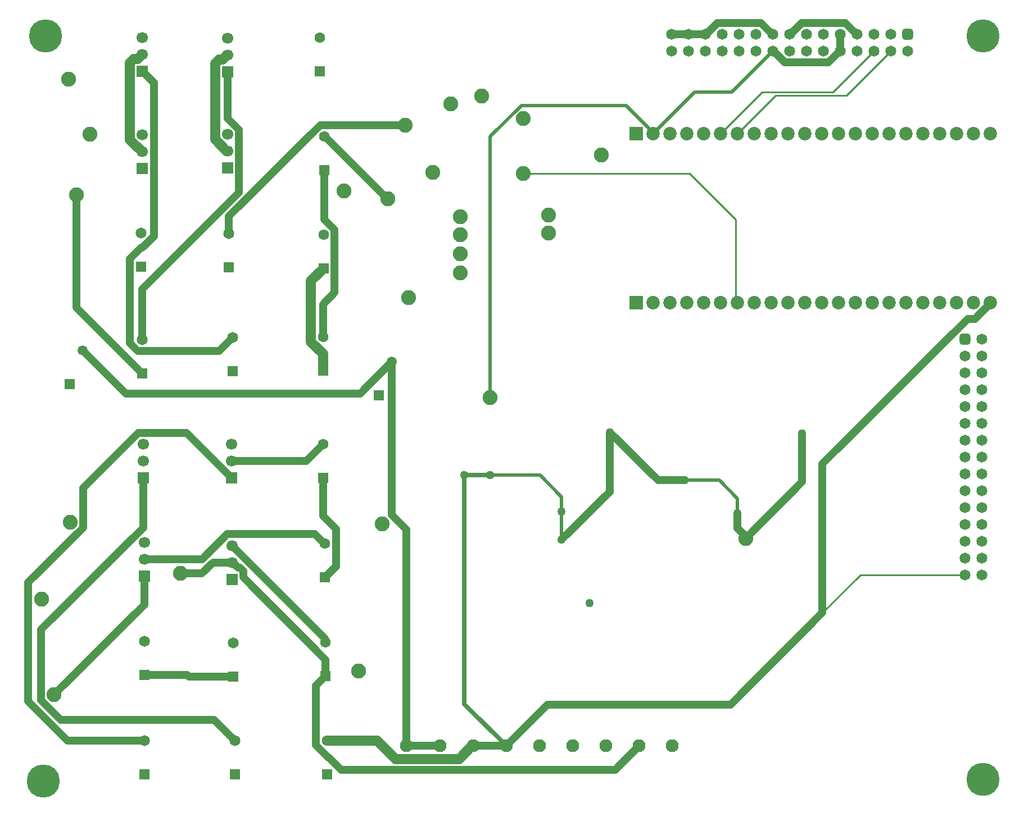
<source format=gbl>
G04*
G04 #@! TF.GenerationSoftware,Altium Limited,Altium Designer,25.2.1 (25)*
G04*
G04 Layer_Physical_Order=4*
G04 Layer_Color=16711680*
%FSLAX44Y44*%
%MOMM*%
G71*
G04*
G04 #@! TF.SameCoordinates,E4EDD719-2FE0-4279-8059-04D131320F8D*
G04*
G04*
G04 #@! TF.FilePolarity,Positive*
G04*
G01*
G75*
%ADD15C,0.2540*%
%ADD53C,1.5000*%
%ADD54C,1.2000*%
%ADD55C,0.5000*%
%ADD57C,0.6500*%
%ADD58R,1.5180X1.5180*%
%ADD59C,1.5180*%
%ADD60C,2.0250*%
%ADD61R,2.0250X2.0250*%
%ADD62C,1.6500*%
%ADD63R,1.6500X1.6500*%
%ADD64R,1.7000X1.7000*%
%ADD65C,1.7000*%
%ADD66C,1.6000*%
%ADD67R,1.6000X1.6000*%
G04:AMPARAMS|DCode=68|XSize=1.65mm|YSize=1.65mm|CornerRadius=0.4125mm|HoleSize=0mm|Usage=FLASHONLY|Rotation=270.000|XOffset=0mm|YOffset=0mm|HoleType=Round|Shape=RoundedRectangle|*
%AMROUNDEDRECTD68*
21,1,1.6500,0.8250,0,0,270.0*
21,1,0.8250,1.6500,0,0,270.0*
1,1,0.8250,-0.4125,-0.4125*
1,1,0.8250,-0.4125,0.4125*
1,1,0.8250,0.4125,0.4125*
1,1,0.8250,0.4125,-0.4125*
%
%ADD68ROUNDEDRECTD68*%
%ADD69C,1.9500*%
G04:AMPARAMS|DCode=70|XSize=1.65mm|YSize=1.65mm|CornerRadius=0.4125mm|HoleSize=0mm|Usage=FLASHONLY|Rotation=180.000|XOffset=0mm|YOffset=0mm|HoleType=Round|Shape=RoundedRectangle|*
%AMROUNDEDRECTD70*
21,1,1.6500,0.8250,0,0,180.0*
21,1,0.8250,1.6500,0,0,180.0*
1,1,0.8250,-0.4125,0.4125*
1,1,0.8250,0.4125,0.4125*
1,1,0.8250,0.4125,-0.4125*
1,1,0.8250,-0.4125,-0.4125*
%
%ADD70ROUNDEDRECTD70*%
%ADD71C,2.2500*%
%ADD72C,1.2700*%
%ADD73C,5.0000*%
D15*
X1220427Y592561D02*
X1277566Y649700D01*
X1435000D01*
X1092400Y1315000D02*
X1149979Y1372579D01*
X1256579D01*
X1323600Y1439600D01*
X1067000Y1315000D02*
X1129659Y1377659D01*
X1236259D01*
X1298200Y1439600D01*
X1089400Y1067500D02*
Y1185600D01*
X1020000Y1255000D02*
X1089400Y1185600D01*
X770000Y1255000D02*
X1020000D01*
D53*
X449960Y1093160D02*
X469000Y1112200D01*
X449960Y1000928D02*
Y1093160D01*
Y1000928D02*
X468000Y982888D01*
Y957600D02*
Y982888D01*
X311341Y1426740D02*
X316599D01*
X323459Y1433600D02*
X324000D01*
X305460Y1420859D02*
X311341Y1426740D01*
X305460Y1306320D02*
Y1420859D01*
X316599Y1426740D02*
X323459Y1433600D01*
X672992Y372210D02*
X692782Y392000D01*
X549339Y400000D02*
X577129Y372210D01*
X672992D01*
X692782Y392000D02*
X694000D01*
X474000Y400000D02*
X549339D01*
X195459Y1434400D02*
X196000D01*
X188599Y1427540D02*
X195459Y1434400D01*
X183341Y1427540D02*
X188599D01*
X177460Y1421659D02*
X183341Y1427540D01*
X177460Y1305320D02*
Y1421659D01*
Y1305320D02*
X188321Y1294460D01*
X188599D01*
X195459Y1287600D01*
X196000D01*
X305460Y1306320D02*
X322798Y1288983D01*
X323617D02*
X324000Y1288600D01*
X322798Y1288983D02*
X323617D01*
D54*
X196000Y1080754D02*
X341040Y1225794D01*
Y1321058D01*
X196000Y1004000D02*
Y1080754D01*
X326059Y1190250D02*
X463809Y1328000D01*
X326000Y1164000D02*
X326059Y1164059D01*
Y1190250D01*
X463809Y1328000D02*
X592000D01*
X311410Y987210D02*
X332000Y1007800D01*
X189045Y987210D02*
X311410D01*
X177210Y999045D02*
X189045Y987210D01*
X177210Y999045D02*
Y1125987D01*
X194364Y1143141D01*
X195886D01*
X213040Y1160295D01*
Y1391960D01*
X196000Y1409000D02*
X213040Y1391960D01*
X324000Y1338098D02*
Y1408200D01*
Y1338098D02*
X341040Y1321058D01*
X97000Y1052200D02*
X196000Y953200D01*
X97000Y1052200D02*
Y1223000D01*
X266275Y496200D02*
X333000D01*
X263475Y499000D02*
X266275Y496200D01*
X199000Y499000D02*
X263475D01*
X262160Y864040D02*
X330000Y796200D01*
X189942Y864040D02*
X262160D01*
X107076Y781174D02*
X189942Y864040D01*
X107076Y721089D02*
Y781174D01*
X24210Y638223D02*
X107076Y721089D01*
X24210Y459240D02*
Y638223D01*
Y459240D02*
X83450Y400000D01*
X199000D01*
X197000Y721098D02*
Y796200D01*
X73181Y430832D02*
X304168D01*
X43210Y460803D02*
X73181Y430832D01*
X43210Y460803D02*
Y567308D01*
X63000Y469000D02*
X199000Y605000D01*
X43210Y567308D02*
X197000Y721098D01*
X304168Y430832D02*
X335000Y400000D01*
X199000Y605000D02*
Y648200D01*
Y673600D02*
X286502D01*
X253000Y652000D02*
X285464D01*
X286502Y673600D02*
X323942Y711040D01*
X348040Y646000D02*
Y655237D01*
X343037Y660240D02*
X348040Y655237D01*
X340713Y660240D02*
X343037D01*
X332353Y668600D02*
X340713Y660240D01*
X331000Y668600D02*
X332353D01*
X302064D02*
X331000D01*
X285464Y652000D02*
X302064Y668600D01*
X594000Y392000D02*
Y717987D01*
X572000Y739987D02*
X594000Y717987D01*
X572000Y739987D02*
Y971000D01*
X457460Y482660D02*
X472000Y497200D01*
X457460Y393149D02*
Y482660D01*
Y393149D02*
X475949Y374660D01*
X476618D01*
X495107Y356170D01*
X908170D01*
X944000Y392000D01*
X744000D02*
X806067Y454067D01*
X1081933D01*
X442600Y821600D02*
X468000Y847000D01*
X330000Y821600D02*
X442600D01*
X471000Y646000D02*
X487540Y662540D01*
Y718600D01*
X468000Y738140D02*
X487540Y718600D01*
X468000Y738140D02*
Y796200D01*
X472000Y497200D02*
Y522040D01*
X348040Y646000D02*
X472000Y522040D01*
X471235Y548765D02*
X472000Y548000D01*
X471235Y548765D02*
Y553765D01*
X331000Y694000D02*
X471235Y553765D01*
X469918Y696800D02*
X471000D01*
X455678Y711040D02*
X469918Y696800D01*
X323942Y711040D02*
X455678D01*
X470000Y1185391D02*
Y1260000D01*
Y1185391D02*
X485540Y1169851D01*
Y1075380D02*
Y1169851D01*
X468000Y1057840D02*
X485540Y1075380D01*
X468000Y1008400D02*
Y1057840D01*
X524120Y923120D02*
X572000Y971000D01*
X170880Y923120D02*
X524120D01*
X106000Y988000D02*
X170880Y923120D01*
X564882Y1217000D02*
X566000D01*
X471082Y1310800D02*
X564882Y1217000D01*
X470000Y1310800D02*
X471082D01*
X594000Y392000D02*
X644000D01*
X1246182Y1439600D02*
X1247400D01*
X1229392Y1422810D02*
X1246182Y1439600D01*
X1163808Y1422810D02*
X1229392D01*
X1147018Y1439600D02*
X1163808Y1422810D01*
X1145800Y1439600D02*
X1147018D01*
X1081933Y454067D02*
X1220427Y592561D01*
Y816888D01*
X1439278Y1035739D01*
X1450135D01*
X1473400Y1059004D01*
Y1060000D01*
X993400Y1465000D02*
X1018800D01*
X1044200D01*
X1144582D02*
X1145800D01*
X1127792Y1481790D02*
X1144582Y1465000D01*
X1062208Y1481790D02*
X1127792D01*
X1045418Y1465000D02*
X1062208Y1481790D01*
X1044200Y1465000D02*
X1045418D01*
X694000Y392000D02*
X744000D01*
X900000Y775000D02*
Y865000D01*
X827500Y702500D02*
X900000Y775000D01*
X1190000Y790000D02*
Y863000D01*
X1105000Y705000D02*
X1190000Y790000D01*
X1105000Y705000D02*
Y707841D01*
X1092634Y720207D02*
X1105000Y707841D01*
X1092634Y720207D02*
Y742366D01*
X1092500Y742500D02*
X1092634Y742366D01*
X1247400Y1439600D02*
Y1465000D01*
X1271582D02*
X1272800D01*
X1254792Y1481790D02*
X1271582Y1465000D01*
X1189208Y1481790D02*
X1254792D01*
X1172418Y1465000D02*
X1189208Y1481790D01*
X1171200Y1465000D02*
X1172418D01*
X900000Y865000D02*
X972500Y792500D01*
X1012500D01*
D55*
X720000Y1310538D02*
X767128Y1357665D01*
X965400Y1315000D02*
X1028102Y1377702D01*
X1083902D01*
X1145800Y1439600D01*
X965400Y1315000D02*
Y1316978D01*
X924713Y1357665D02*
X965400Y1316978D01*
X767128Y1357665D02*
X924713D01*
X1092500Y742500D02*
Y765000D01*
X720000Y917500D02*
Y1310538D01*
X1065000Y792500D02*
X1092500Y765000D01*
X827500Y745000D02*
Y767500D01*
Y702500D02*
Y745000D01*
X1012500Y792500D02*
X1065000D01*
X795000Y800000D02*
X827500Y767500D01*
X720000Y800000D02*
X795000D01*
D57*
X681000Y455000D02*
X744000Y392000D01*
X681000Y455000D02*
Y800000D01*
X720000D01*
D58*
X552120Y920500D02*
D03*
X86120Y937500D02*
D03*
D59*
X572000Y971000D02*
D03*
X106000Y988000D02*
D03*
D60*
X1473400Y1060000D02*
D03*
X1448000D02*
D03*
X1422600D02*
D03*
X1397200D02*
D03*
X1371800D02*
D03*
X1346400D02*
D03*
X1321000D02*
D03*
X1295600D02*
D03*
X1270200D02*
D03*
X1244800D02*
D03*
X1219400D02*
D03*
X1194000D02*
D03*
X1168600D02*
D03*
X1143200D02*
D03*
X1117800D02*
D03*
X1092400D02*
D03*
X1067000D02*
D03*
X1041600D02*
D03*
X1016200D02*
D03*
X990800D02*
D03*
X965400D02*
D03*
X1473400Y1315000D02*
D03*
X1448000D02*
D03*
X1422600D02*
D03*
X1397200D02*
D03*
X1371800D02*
D03*
X1346400D02*
D03*
X1321000D02*
D03*
X1295600D02*
D03*
X1270200D02*
D03*
X1244800D02*
D03*
X1219400D02*
D03*
X1194000D02*
D03*
X1168600D02*
D03*
X1143200D02*
D03*
X1117800D02*
D03*
X1092400D02*
D03*
X1067000D02*
D03*
X1041600D02*
D03*
X1016200D02*
D03*
X990800D02*
D03*
X965400D02*
D03*
D61*
X940000Y1060000D02*
D03*
Y1315000D02*
D03*
D62*
X333000Y547000D02*
D03*
X1460400Y649700D02*
D03*
Y675100D02*
D03*
X1435000Y649700D02*
D03*
Y675100D02*
D03*
X1460400Y725900D02*
D03*
X1435000D02*
D03*
X1460400Y751300D02*
D03*
X1435000D02*
D03*
X1460400Y802100D02*
D03*
X1435000D02*
D03*
X1460400Y852900D02*
D03*
X1435000D02*
D03*
X1460400Y929100D02*
D03*
X1435000D02*
D03*
X1460400Y954500D02*
D03*
X1435000D02*
D03*
X1460400Y1005300D02*
D03*
X1435000Y979900D02*
D03*
X1460400D02*
D03*
X1435000Y903700D02*
D03*
X1460400D02*
D03*
X1435000Y878300D02*
D03*
X1460400D02*
D03*
X1435000Y827500D02*
D03*
X1460400D02*
D03*
X1435000Y776700D02*
D03*
X1460400D02*
D03*
X1435000Y700500D02*
D03*
X1460400D02*
D03*
X993400Y1439600D02*
D03*
X1018800D02*
D03*
X993400Y1465000D02*
D03*
X1018800D02*
D03*
X1069600Y1439600D02*
D03*
Y1465000D02*
D03*
X1095000Y1439600D02*
D03*
Y1465000D02*
D03*
X1145800Y1439600D02*
D03*
Y1465000D02*
D03*
X1196600Y1439600D02*
D03*
Y1465000D02*
D03*
X1272800Y1439600D02*
D03*
Y1465000D02*
D03*
X1298200Y1439600D02*
D03*
Y1465000D02*
D03*
X1349000Y1439600D02*
D03*
X1323600Y1465000D02*
D03*
Y1439600D02*
D03*
X1247400Y1465000D02*
D03*
Y1439600D02*
D03*
X1222000Y1465000D02*
D03*
Y1439600D02*
D03*
X1171200Y1465000D02*
D03*
Y1439600D02*
D03*
X1120400Y1465000D02*
D03*
Y1439600D02*
D03*
X1044200Y1465000D02*
D03*
Y1439600D02*
D03*
X196000Y1004000D02*
D03*
X332000Y1007800D02*
D03*
X326000Y1164000D02*
D03*
X194000Y1165000D02*
D03*
X199000Y400000D02*
D03*
X335000D02*
D03*
X199000Y549800D02*
D03*
D63*
X333000Y496200D02*
D03*
X196000Y953200D02*
D03*
X332000Y957000D02*
D03*
X326000Y1113200D02*
D03*
X194000Y1114200D02*
D03*
X199000Y349200D02*
D03*
X335000D02*
D03*
X199000Y499000D02*
D03*
D64*
X331000Y643200D02*
D03*
X196000Y1409000D02*
D03*
X324000Y1408200D02*
D03*
X196000Y1262200D02*
D03*
X324000Y1263200D02*
D03*
X197000Y796200D02*
D03*
X330000D02*
D03*
X199000Y648200D02*
D03*
D65*
X331000Y668600D02*
D03*
Y694000D02*
D03*
X196000Y1434400D02*
D03*
Y1459800D02*
D03*
X324000Y1433600D02*
D03*
Y1459000D02*
D03*
X196000Y1287600D02*
D03*
Y1313000D02*
D03*
X324000Y1288600D02*
D03*
Y1314000D02*
D03*
X197000Y821600D02*
D03*
Y847000D02*
D03*
X330000Y821600D02*
D03*
Y847000D02*
D03*
X199000Y673600D02*
D03*
Y699000D02*
D03*
D66*
X474000Y400000D02*
D03*
X468000Y1008400D02*
D03*
X469000Y1163000D02*
D03*
X470000Y1310800D02*
D03*
X463000Y1460000D02*
D03*
X468000Y847000D02*
D03*
X471000Y696800D02*
D03*
X472000Y548000D02*
D03*
D67*
X474000Y349200D02*
D03*
X468000Y957600D02*
D03*
X469000Y1112200D02*
D03*
X470000Y1260000D02*
D03*
X463000Y1409200D02*
D03*
X468000Y796200D02*
D03*
X471000Y646000D02*
D03*
X472000Y497200D02*
D03*
D68*
X1435000Y1005300D02*
D03*
D69*
X994000Y392000D02*
D03*
X944000D02*
D03*
X894000D02*
D03*
X844000D02*
D03*
X794000D02*
D03*
X744000D02*
D03*
X694000D02*
D03*
X644000D02*
D03*
X594000D02*
D03*
D70*
X1349000Y1465000D02*
D03*
D71*
X592000Y1328000D02*
D03*
X63000Y469000D02*
D03*
X253000Y652000D02*
D03*
X87000Y729000D02*
D03*
X675000Y1190000D02*
D03*
X557000Y727000D02*
D03*
X597170Y1068000D02*
D03*
X85073Y1397184D02*
D03*
X707000Y1372000D02*
D03*
X44000Y613000D02*
D03*
X500000Y1229000D02*
D03*
X117000Y1314000D02*
D03*
X522000Y505000D02*
D03*
X633000Y1257000D02*
D03*
X675000Y1134000D02*
D03*
Y1162460D02*
D03*
X97000Y1223000D02*
D03*
X566000Y1217000D02*
D03*
X660112Y1360112D02*
D03*
X770000Y1337500D02*
D03*
X1105000Y705000D02*
D03*
X720000Y917500D02*
D03*
X807500Y1165000D02*
D03*
X887500Y1282500D02*
D03*
X770000Y1255000D02*
D03*
X807500Y1192500D02*
D03*
X675000Y1105000D02*
D03*
D72*
X681000Y800000D02*
D03*
X870000Y607500D02*
D03*
X1190000Y863000D02*
D03*
X900000Y865000D02*
D03*
X1092500Y742500D02*
D03*
X1012500Y792500D02*
D03*
X827500Y745000D02*
D03*
Y702500D02*
D03*
X720000Y800000D02*
D03*
D73*
X50000Y1462500D02*
D03*
X1462500D02*
D03*
X47000Y339000D02*
D03*
X1462000Y341000D02*
D03*
M02*

</source>
